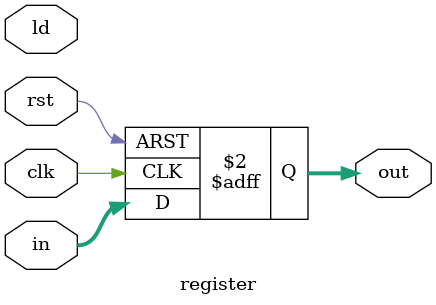
<source format=sv>
module register #(parameter n = 32)(input clk, rst, ld, input[n-1 : 0] in, output reg[n-1 : 0] out);
	always@(posedge clk, posedge rst) begin
		if(rst)
			out <= {n{1'b0}};
		else
			out <= in;
	end
endmodule

</source>
